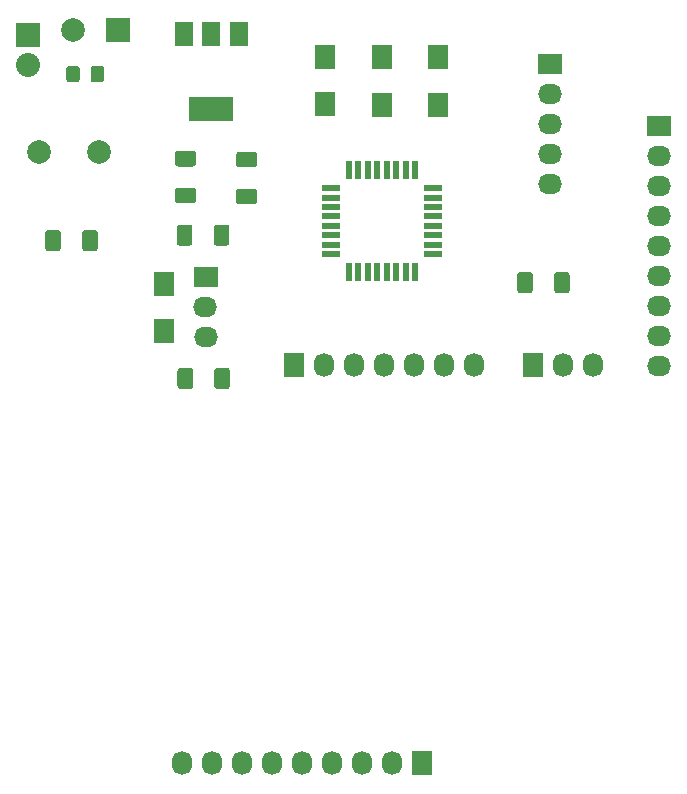
<source format=gts>
G04 #@! TF.GenerationSoftware,KiCad,Pcbnew,5.99.0+really5.1.10+dfsg1-1*
G04 #@! TF.CreationDate,2022-06-24T16:38:05+05:30*
G04 #@! TF.ProjectId,AB1-4_display,4142312d-345f-4646-9973-706c61792e6b,rev?*
G04 #@! TF.SameCoordinates,Original*
G04 #@! TF.FileFunction,Soldermask,Top*
G04 #@! TF.FilePolarity,Negative*
%FSLAX46Y46*%
G04 Gerber Fmt 4.6, Leading zero omitted, Abs format (unit mm)*
G04 Created by KiCad (PCBNEW 5.99.0+really5.1.10+dfsg1-1) date 2022-06-24 16:38:05*
%MOMM*%
%LPD*%
G01*
G04 APERTURE LIST*
%ADD10R,2.032000X1.727200*%
%ADD11O,2.032000X1.727200*%
%ADD12C,1.998980*%
%ADD13R,1.998980X1.998980*%
%ADD14C,2.000000*%
%ADD15R,1.500000X0.550000*%
%ADD16R,0.550000X1.500000*%
%ADD17R,2.032000X2.032000*%
%ADD18O,2.032000X2.032000*%
%ADD19O,1.727200X2.032000*%
%ADD20R,1.727200X2.032000*%
%ADD21R,1.700000X2.000000*%
%ADD22R,3.800000X2.000000*%
%ADD23R,1.500000X2.000000*%
G04 APERTURE END LIST*
D10*
G04 #@! TO.C,Y1*
X32740600Y-37388800D03*
D11*
X32760600Y-42518800D03*
X32690600Y-39988800D03*
G04 #@! TD*
G04 #@! TO.C,C1*
G36*
G01*
X62238460Y-38544261D02*
X62238460Y-37244259D01*
G75*
G02*
X62488459Y-36994260I249999J0D01*
G01*
X63313461Y-36994260D01*
G75*
G02*
X63563460Y-37244259I0J-249999D01*
G01*
X63563460Y-38544261D01*
G75*
G02*
X63313461Y-38794260I-249999J0D01*
G01*
X62488459Y-38794260D01*
G75*
G02*
X62238460Y-38544261I0J249999D01*
G01*
G37*
G36*
G01*
X59113460Y-38544261D02*
X59113460Y-37244259D01*
G75*
G02*
X59363459Y-36994260I249999J0D01*
G01*
X60188461Y-36994260D01*
G75*
G02*
X60438460Y-37244259I0J-249999D01*
G01*
X60438460Y-38544261D01*
G75*
G02*
X60188461Y-38794260I-249999J0D01*
G01*
X59363459Y-38794260D01*
G75*
G02*
X59113460Y-38544261I0J249999D01*
G01*
G37*
G04 #@! TD*
G04 #@! TO.C,C2*
G36*
G01*
X19149100Y-34978101D02*
X19149100Y-33678099D01*
G75*
G02*
X19399099Y-33428100I249999J0D01*
G01*
X20224101Y-33428100D01*
G75*
G02*
X20474100Y-33678099I0J-249999D01*
G01*
X20474100Y-34978101D01*
G75*
G02*
X20224101Y-35228100I-249999J0D01*
G01*
X19399099Y-35228100D01*
G75*
G02*
X19149100Y-34978101I0J249999D01*
G01*
G37*
G36*
G01*
X22274100Y-34978101D02*
X22274100Y-33678099D01*
G75*
G02*
X22524099Y-33428100I249999J0D01*
G01*
X23349101Y-33428100D01*
G75*
G02*
X23599100Y-33678099I0J-249999D01*
G01*
X23599100Y-34978101D01*
G75*
G02*
X23349101Y-35228100I-249999J0D01*
G01*
X22524099Y-35228100D01*
G75*
G02*
X22274100Y-34978101I0J249999D01*
G01*
G37*
G04 #@! TD*
G04 #@! TO.C,C3*
G36*
G01*
X30388799Y-29856000D02*
X31688801Y-29856000D01*
G75*
G02*
X31938800Y-30105999I0J-249999D01*
G01*
X31938800Y-30931001D01*
G75*
G02*
X31688801Y-31181000I-249999J0D01*
G01*
X30388799Y-31181000D01*
G75*
G02*
X30138800Y-30931001I0J249999D01*
G01*
X30138800Y-30105999D01*
G75*
G02*
X30388799Y-29856000I249999J0D01*
G01*
G37*
G36*
G01*
X30388799Y-26731000D02*
X31688801Y-26731000D01*
G75*
G02*
X31938800Y-26980999I0J-249999D01*
G01*
X31938800Y-27806001D01*
G75*
G02*
X31688801Y-28056000I-249999J0D01*
G01*
X30388799Y-28056000D01*
G75*
G02*
X30138800Y-27806001I0J249999D01*
G01*
X30138800Y-26980999D01*
G75*
G02*
X30388799Y-26731000I249999J0D01*
G01*
G37*
G04 #@! TD*
G04 #@! TO.C,C4*
G36*
G01*
X35557699Y-26807200D02*
X36857701Y-26807200D01*
G75*
G02*
X37107700Y-27057199I0J-249999D01*
G01*
X37107700Y-27882201D01*
G75*
G02*
X36857701Y-28132200I-249999J0D01*
G01*
X35557699Y-28132200D01*
G75*
G02*
X35307700Y-27882201I0J249999D01*
G01*
X35307700Y-27057199D01*
G75*
G02*
X35557699Y-26807200I249999J0D01*
G01*
G37*
G36*
G01*
X35557699Y-29932200D02*
X36857701Y-29932200D01*
G75*
G02*
X37107700Y-30182199I0J-249999D01*
G01*
X37107700Y-31007201D01*
G75*
G02*
X36857701Y-31257200I-249999J0D01*
G01*
X35557699Y-31257200D01*
G75*
G02*
X35307700Y-31007201I0J249999D01*
G01*
X35307700Y-30182199D01*
G75*
G02*
X35557699Y-29932200I249999J0D01*
G01*
G37*
G04 #@! TD*
G04 #@! TO.C,C6*
G36*
G01*
X34749700Y-33220899D02*
X34749700Y-34520901D01*
G75*
G02*
X34499701Y-34770900I-249999J0D01*
G01*
X33674699Y-34770900D01*
G75*
G02*
X33424700Y-34520901I0J249999D01*
G01*
X33424700Y-33220899D01*
G75*
G02*
X33674699Y-32970900I249999J0D01*
G01*
X34499701Y-32970900D01*
G75*
G02*
X34749700Y-33220899I0J-249999D01*
G01*
G37*
G36*
G01*
X31624700Y-33220899D02*
X31624700Y-34520901D01*
G75*
G02*
X31374701Y-34770900I-249999J0D01*
G01*
X30549699Y-34770900D01*
G75*
G02*
X30299700Y-34520901I0J249999D01*
G01*
X30299700Y-33220899D01*
G75*
G02*
X30549699Y-32970900I249999J0D01*
G01*
X31374701Y-32970900D01*
G75*
G02*
X31624700Y-33220899I0J-249999D01*
G01*
G37*
G04 #@! TD*
G04 #@! TO.C,C7*
G36*
G01*
X31675500Y-45349399D02*
X31675500Y-46649401D01*
G75*
G02*
X31425501Y-46899400I-249999J0D01*
G01*
X30600499Y-46899400D01*
G75*
G02*
X30350500Y-46649401I0J249999D01*
G01*
X30350500Y-45349399D01*
G75*
G02*
X30600499Y-45099400I249999J0D01*
G01*
X31425501Y-45099400D01*
G75*
G02*
X31675500Y-45349399I0J-249999D01*
G01*
G37*
G36*
G01*
X34800500Y-45349399D02*
X34800500Y-46649401D01*
G75*
G02*
X34550501Y-46899400I-249999J0D01*
G01*
X33725499Y-46899400D01*
G75*
G02*
X33475500Y-46649401I0J249999D01*
G01*
X33475500Y-45349399D01*
G75*
G02*
X33725499Y-45099400I249999J0D01*
G01*
X34550501Y-45099400D01*
G75*
G02*
X34800500Y-45349399I0J-249999D01*
G01*
G37*
G04 #@! TD*
D12*
G04 #@! TO.C,D1*
X21475700Y-16522700D03*
D13*
X25285700Y-16522700D03*
G04 #@! TD*
G04 #@! TO.C,F1*
G36*
G01*
X20942500Y-20681101D02*
X20942500Y-19781099D01*
G75*
G02*
X21192499Y-19531100I249999J0D01*
G01*
X21842501Y-19531100D01*
G75*
G02*
X22092500Y-19781099I0J-249999D01*
G01*
X22092500Y-20681101D01*
G75*
G02*
X21842501Y-20931100I-249999J0D01*
G01*
X21192499Y-20931100D01*
G75*
G02*
X20942500Y-20681101I0J249999D01*
G01*
G37*
G36*
G01*
X22992500Y-20681101D02*
X22992500Y-19781099D01*
G75*
G02*
X23242499Y-19531100I249999J0D01*
G01*
X23892501Y-19531100D01*
G75*
G02*
X24142500Y-19781099I0J-249999D01*
G01*
X24142500Y-20681101D01*
G75*
G02*
X23892501Y-20931100I-249999J0D01*
G01*
X23242499Y-20931100D01*
G75*
G02*
X22992500Y-20681101I0J249999D01*
G01*
G37*
G04 #@! TD*
D14*
G04 #@! TO.C,FB1*
X23672800Y-26847800D03*
X18592800Y-26847800D03*
G04 #@! TD*
D15*
G04 #@! TO.C,IC1*
X43363100Y-29877100D03*
X43363100Y-30677100D03*
X43363100Y-31477100D03*
X43363100Y-32277100D03*
X43363100Y-33077100D03*
X43363100Y-33877100D03*
X43363100Y-34677100D03*
X43363100Y-35477100D03*
D16*
X44863100Y-36977100D03*
X45663100Y-36977100D03*
X46463100Y-36977100D03*
X47263100Y-36977100D03*
X48063100Y-36977100D03*
X48863100Y-36977100D03*
X49663100Y-36977100D03*
X50463100Y-36977100D03*
D15*
X51963100Y-35477100D03*
X51963100Y-34677100D03*
X51963100Y-33877100D03*
X51963100Y-33077100D03*
X51963100Y-32277100D03*
X51963100Y-31477100D03*
X51963100Y-30677100D03*
X51963100Y-29877100D03*
D16*
X50463100Y-28377100D03*
X49663100Y-28377100D03*
X48863100Y-28377100D03*
X48063100Y-28377100D03*
X47263100Y-28377100D03*
X46463100Y-28377100D03*
X45663100Y-28377100D03*
X44863100Y-28377100D03*
G04 #@! TD*
D17*
G04 #@! TO.C,P1*
X17729200Y-16878300D03*
D18*
X17729200Y-19418300D03*
G04 #@! TD*
D19*
G04 #@! TO.C,P6*
X65514220Y-44889420D03*
X62974220Y-44889420D03*
D20*
X60434220Y-44889420D03*
G04 #@! TD*
G04 #@! TO.C,P10*
X40220900Y-44894500D03*
D19*
X42760900Y-44894500D03*
X45300900Y-44894500D03*
X47840900Y-44894500D03*
X50380900Y-44894500D03*
X52920900Y-44894500D03*
X55460900Y-44894500D03*
G04 #@! TD*
D10*
G04 #@! TO.C,P12*
X61902340Y-19400520D03*
D11*
X61902340Y-21940520D03*
X61902340Y-24480520D03*
X61902340Y-27020520D03*
X61902340Y-29560520D03*
G04 #@! TD*
D20*
G04 #@! TO.C,P15*
X51015900Y-78562200D03*
D19*
X48475900Y-78562200D03*
X45935900Y-78562200D03*
X43395900Y-78562200D03*
X40855900Y-78562200D03*
X38315900Y-78562200D03*
X35775900Y-78562200D03*
X33235900Y-78562200D03*
X30695900Y-78562200D03*
G04 #@! TD*
D21*
G04 #@! TO.C,R1*
X29197300Y-41979600D03*
X29197300Y-37979600D03*
G04 #@! TD*
G04 #@! TO.C,R6*
X52374800Y-22815300D03*
X52374800Y-18815300D03*
G04 #@! TD*
G04 #@! TO.C,R7*
X47675800Y-18815300D03*
X47675800Y-22815300D03*
G04 #@! TD*
G04 #@! TO.C,R8*
X42824400Y-18764500D03*
X42824400Y-22764500D03*
G04 #@! TD*
D22*
G04 #@! TO.C,U1*
X33223200Y-23152500D03*
D23*
X33223200Y-16852500D03*
X30923200Y-16852500D03*
X35523200Y-16852500D03*
G04 #@! TD*
D11*
G04 #@! TO.C,U2*
X71107300Y-44945300D03*
X71107300Y-42405300D03*
X71107300Y-39865300D03*
X71107300Y-37325300D03*
X71107300Y-34785300D03*
X71107300Y-32245300D03*
X71107300Y-29705300D03*
X71107300Y-27165300D03*
D10*
X71107300Y-24625300D03*
G04 #@! TD*
M02*

</source>
